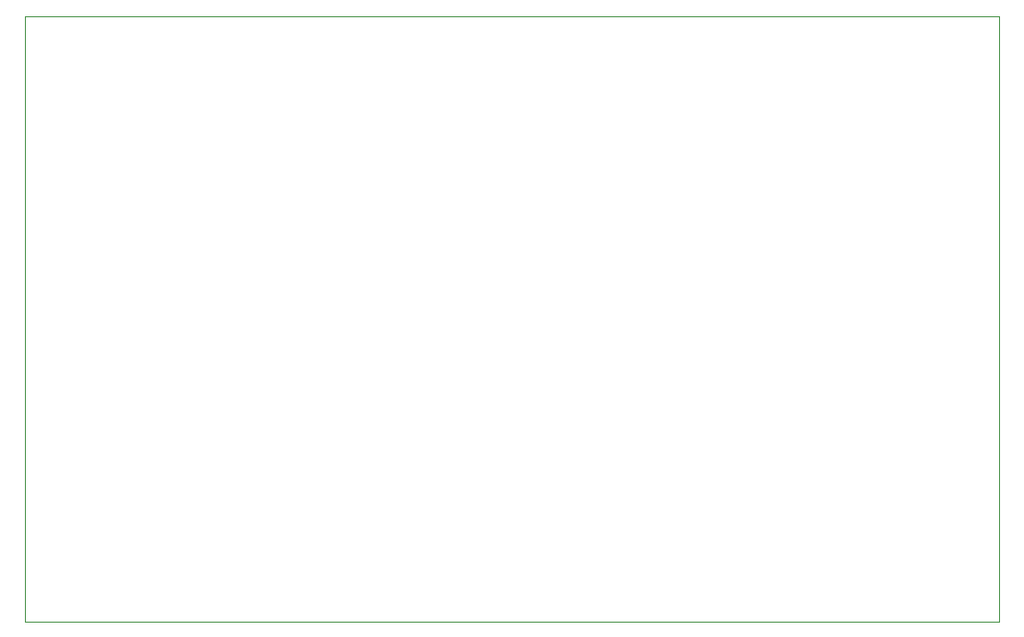
<source format=gbr>
%TF.GenerationSoftware,KiCad,Pcbnew,6.0.7+dfsg-1+b1*%
%TF.CreationDate,2022-09-19T16:07:30+02:00*%
%TF.ProjectId,project-controller,70726f6a-6563-4742-9d63-6f6e74726f6c,rev?*%
%TF.SameCoordinates,PX5e69ec0PY69618a0*%
%TF.FileFunction,Profile,NP*%
%FSLAX46Y46*%
G04 Gerber Fmt 4.6, Leading zero omitted, Abs format (unit mm)*
G04 Created by KiCad (PCBNEW 6.0.7+dfsg-1+b1) date 2022-09-19 16:07:30*
%MOMM*%
%LPD*%
G01*
G04 APERTURE LIST*
%TA.AperFunction,Profile*%
%ADD10C,0.100000*%
%TD*%
G04 APERTURE END LIST*
D10*
X86000000Y53500000D02*
X0Y53500000D01*
X0Y53500000D02*
X0Y0D01*
X0Y0D02*
X86000000Y0D01*
X86000000Y0D02*
X86000000Y53500000D01*
M02*

</source>
